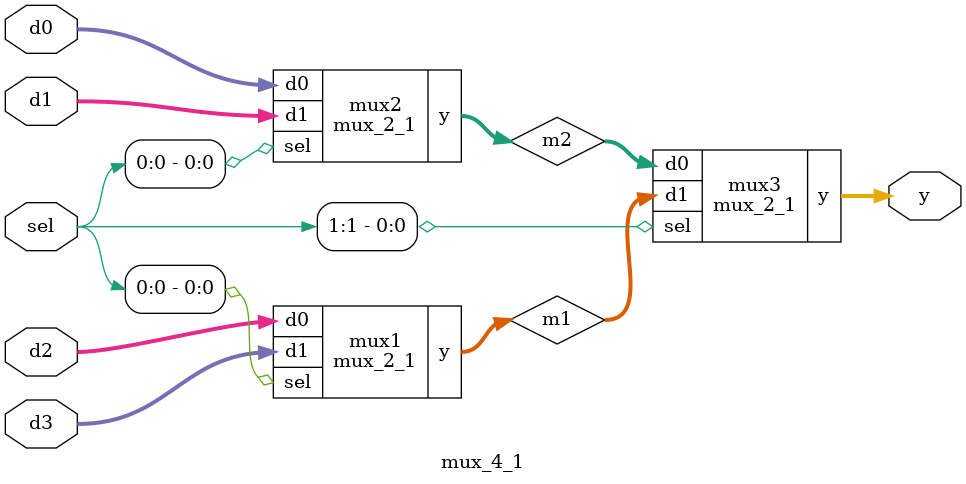
<source format=sv>

module mux_2_1
(
  input  [3:0] d0, d1,
  input        sel,
  output [3:0] y
);

  assign y = sel ? d1 : d0;

endmodule

//----------------------------------------------------------------------------
// Task
//----------------------------------------------------------------------------

module mux_4_1
(
  input  [3:0] d0, d1, d2, d3,
  input  [1:0] sel,
  output [3:0] y
);

  // Task:
  // Implement mux_4_1 using three instances of mux_2_1

  logic [3:0] m1, m2;

  mux_2_1 mux1(d2, d3, sel[0], m1);
  mux_2_1 mux2(d0, d1, sel[0], m2);
  mux_2_1 mux3(m2, m1, sel[1], y);

endmodule

</source>
